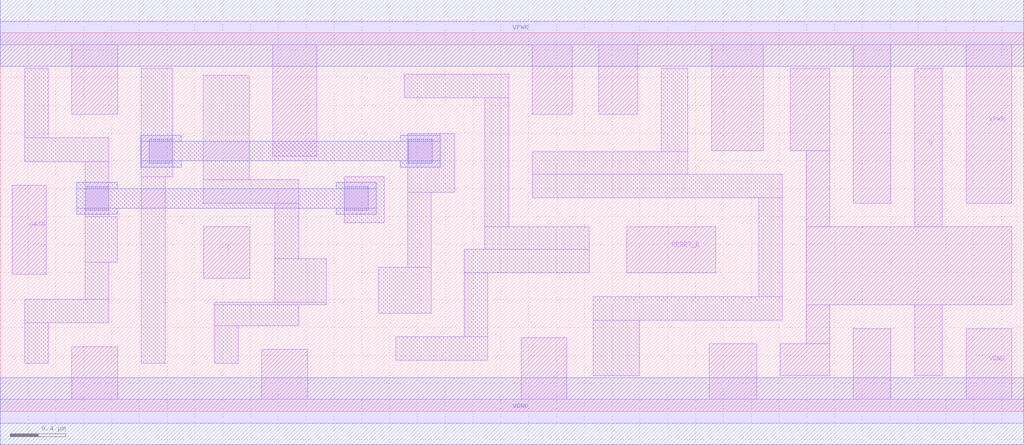
<source format=lef>
# Copyright 2020 The SkyWater PDK Authors
#
# Licensed under the Apache License, Version 2.0 (the "License");
# you may not use this file except in compliance with the License.
# You may obtain a copy of the License at
#
#     https://www.apache.org/licenses/LICENSE-2.0
#
# Unless required by applicable law or agreed to in writing, software
# distributed under the License is distributed on an "AS IS" BASIS,
# WITHOUT WARRANTIES OR CONDITIONS OF ANY KIND, either express or implied.
# See the License for the specific language governing permissions and
# limitations under the License.
#
# SPDX-License-Identifier: Apache-2.0

VERSION 5.5 ;
NAMESCASESENSITIVE ON ;
BUSBITCHARS "[]" ;
DIVIDERCHAR "/" ;
MACRO sky130_fd_sc_hd__dlrtp_4
  CLASS CORE ;
  SOURCE USER ;
  ORIGIN  0.000000  0.000000 ;
  SIZE  7.360000 BY  2.720000 ;
  SYMMETRY X Y R90 ;
  SITE unithd ;
  PIN D
    ANTENNAGATEAREA  0.159000 ;
    DIRECTION INPUT ;
    USE SIGNAL ;
    PORT
      LAYER li1 ;
        RECT 1.465000 0.955000 1.795000 1.325000 ;
    END
  END D
  PIN Q
    ANTENNADIFFAREA  1.014750 ;
    DIRECTION OUTPUT ;
    USE SIGNAL ;
    PORT
      LAYER li1 ;
        RECT 5.610000 0.255000 5.965000 0.485000 ;
        RECT 5.680000 1.875000 5.965000 2.465000 ;
        RECT 5.795000 0.485000 5.965000 0.765000 ;
        RECT 5.795000 0.765000 7.275000 1.325000 ;
        RECT 5.795000 1.325000 5.965000 1.875000 ;
        RECT 6.575000 0.255000 6.775000 0.765000 ;
        RECT 6.575000 1.325000 6.775000 2.465000 ;
    END
  END Q
  PIN RESET_B
    ANTENNAGATEAREA  0.247500 ;
    DIRECTION INPUT ;
    USE SIGNAL ;
    PORT
      LAYER li1 ;
        RECT 4.505000 0.995000 5.145000 1.325000 ;
    END
  END RESET_B
  PIN GATE
    ANTENNAGATEAREA  0.159000 ;
    DIRECTION INPUT ;
    USE CLOCK ;
    PORT
      LAYER li1 ;
        RECT 0.085000 0.985000 0.330000 1.625000 ;
    END
  END GATE
  PIN VGND
    DIRECTION INOUT ;
    SHAPE ABUTMENT ;
    USE GROUND ;
    PORT
      LAYER li1 ;
        RECT 0.000000 -0.085000 7.360000 0.085000 ;
        RECT 0.515000  0.085000 0.845000 0.465000 ;
        RECT 1.880000  0.085000 2.210000 0.445000 ;
        RECT 3.745000  0.085000 4.075000 0.530000 ;
        RECT 5.100000  0.085000 5.440000 0.485000 ;
        RECT 6.135000  0.085000 6.405000 0.595000 ;
        RECT 6.945000  0.085000 7.275000 0.595000 ;
    END
    PORT
      LAYER met1 ;
        RECT 0.000000 -0.240000 7.360000 0.240000 ;
    END
  END VGND
  PIN VPWR
    DIRECTION INOUT ;
    SHAPE ABUTMENT ;
    USE POWER ;
    PORT
      LAYER li1 ;
        RECT 0.000000 2.635000 7.360000 2.805000 ;
        RECT 0.515000 2.135000 0.845000 2.635000 ;
        RECT 1.960000 1.835000 2.275000 2.635000 ;
        RECT 3.825000 2.135000 4.115000 2.635000 ;
        RECT 4.305000 2.135000 4.585000 2.635000 ;
        RECT 5.115000 1.875000 5.485000 2.635000 ;
        RECT 6.135000 1.495000 6.405000 2.635000 ;
        RECT 6.945000 1.495000 7.275000 2.635000 ;
    END
    PORT
      LAYER met1 ;
        RECT 0.000000 2.480000 7.360000 2.960000 ;
    END
  END VPWR
  OBS
    LAYER li1 ;
      RECT 0.175000 0.345000 0.345000 0.635000 ;
      RECT 0.175000 0.635000 0.780000 0.805000 ;
      RECT 0.175000 1.795000 0.780000 1.965000 ;
      RECT 0.175000 1.965000 0.345000 2.465000 ;
      RECT 0.610000 0.805000 0.780000 1.070000 ;
      RECT 0.610000 1.070000 0.840000 1.400000 ;
      RECT 0.610000 1.400000 0.780000 1.795000 ;
      RECT 1.015000 0.345000 1.185000 1.685000 ;
      RECT 1.015000 1.685000 1.240000 2.465000 ;
      RECT 1.460000 1.495000 2.145000 1.665000 ;
      RECT 1.460000 1.665000 1.790000 2.415000 ;
      RECT 1.540000 0.345000 1.710000 0.615000 ;
      RECT 1.540000 0.615000 2.145000 0.765000 ;
      RECT 1.540000 0.765000 2.345000 0.785000 ;
      RECT 1.975000 0.785000 2.345000 1.095000 ;
      RECT 1.975000 1.095000 2.145000 1.495000 ;
      RECT 2.475000 1.355000 2.760000 1.685000 ;
      RECT 2.720000 0.705000 3.100000 1.035000 ;
      RECT 2.845000 0.365000 3.505000 0.535000 ;
      RECT 2.905000 2.255000 3.655000 2.425000 ;
      RECT 2.930000 1.035000 3.100000 1.575000 ;
      RECT 2.930000 1.575000 3.270000 1.995000 ;
      RECT 3.335000 0.535000 3.505000 0.995000 ;
      RECT 3.335000 0.995000 4.235000 1.165000 ;
      RECT 3.485000 1.165000 4.235000 1.325000 ;
      RECT 3.485000 1.325000 3.655000 2.255000 ;
      RECT 3.825000 1.535000 5.625000 1.705000 ;
      RECT 3.825000 1.705000 4.945000 1.865000 ;
      RECT 4.265000 0.255000 4.595000 0.655000 ;
      RECT 4.265000 0.655000 5.625000 0.825000 ;
      RECT 4.755000 1.865000 4.945000 2.465000 ;
      RECT 5.455000 0.825000 5.625000 1.535000 ;
    LAYER mcon ;
      RECT 0.610000 1.445000 0.780000 1.615000 ;
      RECT 1.070000 1.785000 1.240000 1.955000 ;
      RECT 2.475000 1.445000 2.645000 1.615000 ;
      RECT 2.935000 1.785000 3.105000 1.955000 ;
    LAYER met1 ;
      RECT 0.550000 1.415000 0.840000 1.460000 ;
      RECT 0.550000 1.460000 2.705000 1.600000 ;
      RECT 0.550000 1.600000 0.840000 1.645000 ;
      RECT 1.010000 1.755000 1.300000 1.800000 ;
      RECT 1.010000 1.800000 3.165000 1.940000 ;
      RECT 1.010000 1.940000 1.300000 1.985000 ;
      RECT 2.415000 1.415000 2.705000 1.460000 ;
      RECT 2.415000 1.600000 2.705000 1.645000 ;
      RECT 2.875000 1.755000 3.165000 1.800000 ;
      RECT 2.875000 1.940000 3.165000 1.985000 ;
  END
END sky130_fd_sc_hd__dlrtp_4
END LIBRARY

</source>
